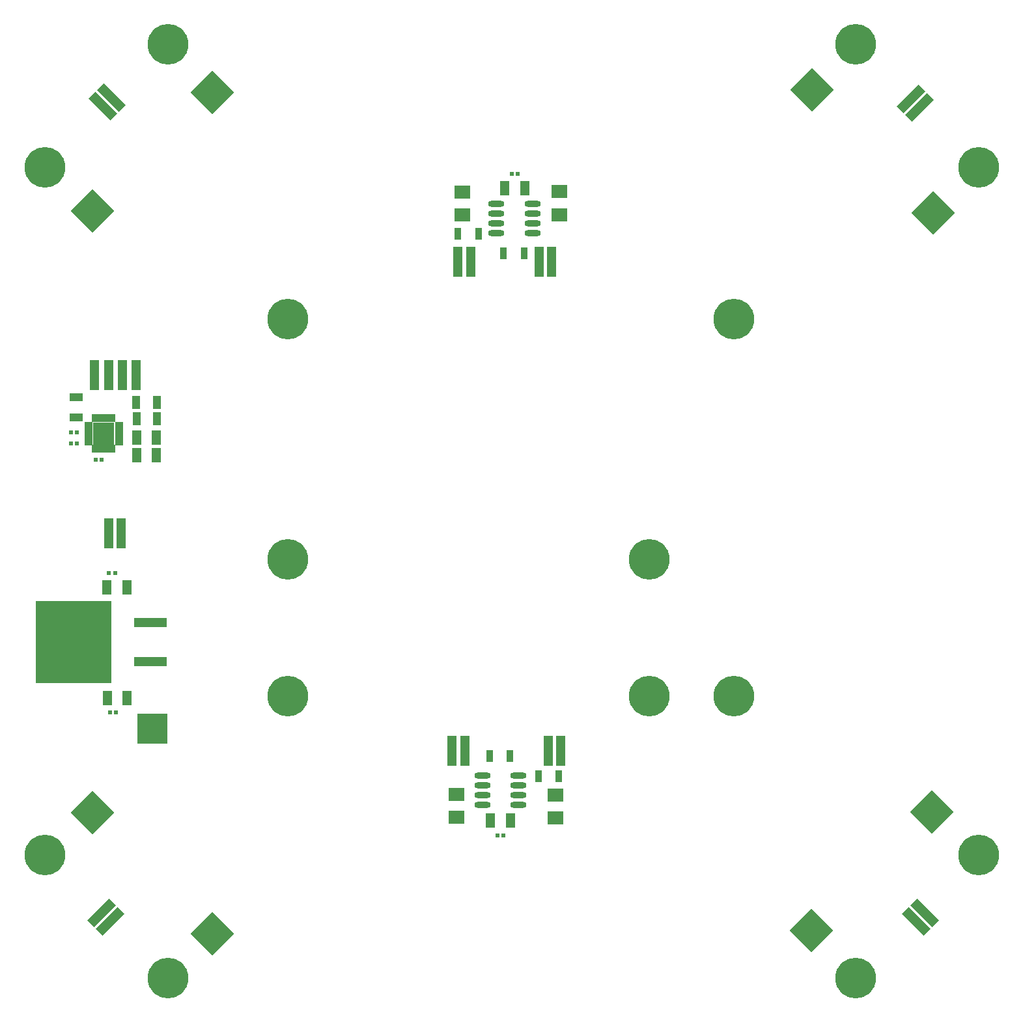
<source format=gts>
G04*
G04 #@! TF.GenerationSoftware,Altium Limited,Altium Designer,20.1.14 (287)*
G04*
G04 Layer_Color=8388736*
%FSLAX25Y25*%
%MOIN*%
G70*
G04*
G04 #@! TF.SameCoordinates,1D987C98-FF78-4C22-975A-79D4403F1CEA*
G04*
G04*
G04 #@! TF.FilePolarity,Negative*
G04*
G01*
G75*
%ADD20R,0.03378X0.06347*%
%ADD23R,0.02047X0.02047*%
%ADD31P,0.22345X4X90.0*%
%ADD32R,0.04800X0.15800*%
%ADD33R,0.15800X0.15800*%
%ADD34R,0.38595X0.41942*%
%ADD35R,0.16942X0.04934*%
%ADD36O,0.08280X0.03162*%
%ADD37R,0.08280X0.06706*%
%ADD38R,0.05131X0.07493*%
G04:AMPARAMS|DCode=39|XSize=158mil|YSize=48mil|CornerRadius=0mil|HoleSize=0mil|Usage=FLASHONLY|Rotation=45.000|XOffset=0mil|YOffset=0mil|HoleType=Round|Shape=Rectangle|*
%AMROTATEDRECTD39*
4,1,4,-0.03889,-0.07283,-0.07283,-0.03889,0.03889,0.07283,0.07283,0.03889,-0.03889,-0.07283,0.0*
%
%ADD39ROTATEDRECTD39*%

G04:AMPARAMS|DCode=40|XSize=158mil|YSize=48mil|CornerRadius=0mil|HoleSize=0mil|Usage=FLASHONLY|Rotation=135.000|XOffset=0mil|YOffset=0mil|HoleType=Round|Shape=Rectangle|*
%AMROTATEDRECTD40*
4,1,4,0.07283,-0.03889,0.03889,-0.07283,-0.07283,0.03889,-0.03889,0.07283,0.07283,-0.03889,0.0*
%
%ADD40ROTATEDRECTD40*%

%ADD41R,0.06902X0.04343*%
%ADD42R,0.02178X0.03950*%
%ADD43R,0.04147X0.02178*%
%ADD44R,0.11036X0.11430*%
%ADD45R,0.04343X0.06902*%
%ADD46C,0.20800*%
D20*
X312142Y238873D02*
D03*
X322590D02*
D03*
X329841Y496282D02*
D03*
X319393D02*
D03*
X347590Y228373D02*
D03*
X337142D02*
D03*
X296074Y506273D02*
D03*
X306522D02*
D03*
D23*
X323467Y536877D02*
D03*
X326617D02*
D03*
X319397Y198278D02*
D03*
X316248D02*
D03*
X117425Y332500D02*
D03*
X120575D02*
D03*
X117925Y261000D02*
D03*
X121075D02*
D03*
X97910Y404568D02*
D03*
X101059D02*
D03*
X113711Y390366D02*
D03*
X110561D02*
D03*
X97884Y398889D02*
D03*
X101033D02*
D03*
D31*
X477042Y149416D02*
D03*
X538547Y210170D02*
D03*
X108932Y517833D02*
D03*
X170437Y578587D02*
D03*
X477413Y579883D02*
D03*
X539264Y516743D02*
D03*
X170436Y147793D02*
D03*
X108919Y209700D02*
D03*
D32*
X117199Y433952D02*
D03*
X110106D02*
D03*
X124292D02*
D03*
X131385D02*
D03*
X123484Y352854D02*
D03*
X117372Y352915D02*
D03*
X348734Y241595D02*
D03*
X342250D02*
D03*
X299483D02*
D03*
X292995D02*
D03*
X302575Y491755D02*
D03*
X296091D02*
D03*
X337511D02*
D03*
X343995D02*
D03*
D33*
X139509Y252779D02*
D03*
D34*
X99327Y297000D02*
D03*
D35*
X138500Y307000D02*
D03*
Y287000D02*
D03*
D36*
X308571Y228778D02*
D03*
Y223778D02*
D03*
Y218778D02*
D03*
Y213778D02*
D03*
X327075Y228778D02*
D03*
Y223778D02*
D03*
Y218778D02*
D03*
Y213778D02*
D03*
X334294Y506377D02*
D03*
Y511377D02*
D03*
Y516377D02*
D03*
Y521377D02*
D03*
X315790Y506377D02*
D03*
Y511377D02*
D03*
Y516377D02*
D03*
Y521377D02*
D03*
D37*
X295366Y219278D02*
D03*
Y207467D02*
D03*
X348117Y515877D02*
D03*
Y527688D02*
D03*
X345970Y218835D02*
D03*
Y207024D02*
D03*
X298203Y515702D02*
D03*
Y527513D02*
D03*
D38*
X312705Y205778D02*
D03*
X322941D02*
D03*
X330160Y529377D02*
D03*
X319924D02*
D03*
X126618Y325000D02*
D03*
X116382D02*
D03*
X126736Y268500D02*
D03*
X116500D02*
D03*
X131518Y401866D02*
D03*
X141754D02*
D03*
X131474Y392866D02*
D03*
X141711D02*
D03*
D39*
X113499Y158308D02*
D03*
X117800Y154007D02*
D03*
X532197Y570781D02*
D03*
X527896Y575082D02*
D03*
D40*
X534959Y158440D02*
D03*
X530607Y154129D02*
D03*
X114193Y571418D02*
D03*
X118545Y575729D02*
D03*
D41*
X100636Y412149D02*
D03*
Y422583D02*
D03*
D42*
X119632Y411740D02*
D03*
X117664D02*
D03*
X115695D02*
D03*
X113726D02*
D03*
X111758D02*
D03*
X109790D02*
D03*
Y395992D02*
D03*
X111758D02*
D03*
X113726D02*
D03*
X115695D02*
D03*
X117664D02*
D03*
X119632D02*
D03*
D43*
X106935Y408787D02*
D03*
Y406819D02*
D03*
Y404850D02*
D03*
Y402882D02*
D03*
Y400913D02*
D03*
Y398945D02*
D03*
X122486D02*
D03*
Y400913D02*
D03*
Y402882D02*
D03*
Y404850D02*
D03*
Y406819D02*
D03*
Y408787D02*
D03*
D44*
X114711Y403866D02*
D03*
D45*
X131494Y411366D02*
D03*
X141927D02*
D03*
X141852Y419866D02*
D03*
X131419D02*
D03*
D46*
X437300Y269500D02*
D03*
X499600Y125000D02*
D03*
X84500Y540100D02*
D03*
X209000Y269500D02*
D03*
Y462400D02*
D03*
X437300D02*
D03*
X209000Y339500D02*
D03*
X394000Y269500D02*
D03*
Y339500D02*
D03*
X562600Y188000D02*
D03*
X499600Y603100D02*
D03*
X147500D02*
D03*
Y125000D02*
D03*
X562600Y540100D02*
D03*
X84500Y188000D02*
D03*
M02*

</source>
